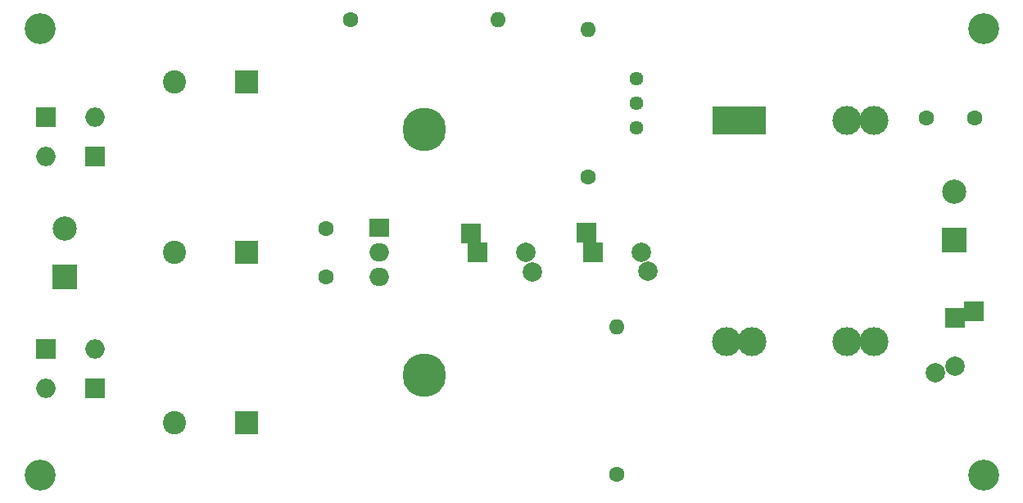
<source format=gbr>
%TF.GenerationSoftware,KiCad,Pcbnew,(6.0.0)*%
%TF.CreationDate,2022-07-19T20:58:05+01:00*%
%TF.ProjectId,M filament Heater,4d206669-6c61-46d6-956e-742048656174,rev?*%
%TF.SameCoordinates,Original*%
%TF.FileFunction,Soldermask,Top*%
%TF.FilePolarity,Negative*%
%FSLAX46Y46*%
G04 Gerber Fmt 4.6, Leading zero omitted, Abs format (unit mm)*
G04 Created by KiCad (PCBNEW (6.0.0)) date 2022-07-19 20:58:05*
%MOMM*%
%LPD*%
G01*
G04 APERTURE LIST*
%ADD10C,1.600000*%
%ADD11R,2.000000X2.000000*%
%ADD12C,2.000000*%
%ADD13R,2.400000X2.400000*%
%ADD14C,2.400000*%
%ADD15O,2.000000X2.000000*%
%ADD16R,2.500000X2.500000*%
%ADD17C,2.500000*%
%ADD18O,1.600000X1.600000*%
%ADD19C,3.200000*%
%ADD20R,2.000000X1.905000*%
%ADD21O,2.000000X1.905000*%
%ADD22C,4.500000*%
%ADD23C,1.440000*%
%ADD24R,3.000000X3.000000*%
%ADD25C,3.000000*%
G04 APERTURE END LIST*
D10*
%TO.C,C8*%
X163625000Y-120522500D03*
X168625000Y-120522500D03*
%TD*%
D11*
%TO.C,C6*%
X116495179Y-132430000D03*
X117167323Y-134430000D03*
D12*
X122167323Y-134430000D03*
X122839467Y-136430000D03*
%TD*%
D13*
%TO.C,C1*%
X93325000Y-151987500D03*
D14*
X85825000Y-151987500D03*
%TD*%
D11*
%TO.C,D4*%
X72610000Y-120400000D03*
D15*
X77690000Y-120400000D03*
%TD*%
D16*
%TO.C,J2*%
X166450000Y-133122500D03*
D17*
X166450000Y-128122500D03*
%TD*%
D13*
%TO.C,C2*%
X93325000Y-116812500D03*
D14*
X85825000Y-116812500D03*
%TD*%
D11*
%TO.C,D2*%
X77690000Y-124475000D03*
D15*
X72610000Y-124475000D03*
%TD*%
D10*
%TO.C,R3*%
X131593445Y-157350000D03*
D18*
X131593445Y-142110000D03*
%TD*%
D10*
%TO.C,R2*%
X128595168Y-126625000D03*
D18*
X128595168Y-111385000D03*
%TD*%
D19*
%TO.C,REF\u002A\u002A*%
X169475000Y-157475000D03*
%TD*%
D20*
%TO.C,U1*%
X107000000Y-131890000D03*
D21*
X107000000Y-134430000D03*
X107000000Y-136970000D03*
%TD*%
D11*
%TO.C,D3*%
X72610000Y-144385000D03*
D15*
X77690000Y-144385000D03*
%TD*%
D11*
%TO.C,D1*%
X77690000Y-148460000D03*
D15*
X72610000Y-148460000D03*
%TD*%
D22*
%TO.C,HS1*%
X111695000Y-121730000D03*
X111695000Y-147130000D03*
%TD*%
D23*
%TO.C,RV1*%
X133651723Y-121555000D03*
X133651723Y-119015000D03*
X133651723Y-116475000D03*
%TD*%
D19*
%TO.C,REF\u002A\u002A*%
X71950000Y-111275000D03*
%TD*%
D13*
%TO.C,C3*%
X93325000Y-134400000D03*
D14*
X85825000Y-134400000D03*
%TD*%
D24*
%TO.C,FL1*%
X142930000Y-120767500D03*
X145562450Y-120767500D03*
D25*
X155345000Y-120767500D03*
X158170000Y-120767500D03*
X142930000Y-143627500D03*
X145562450Y-143627500D03*
X155345000Y-143627500D03*
X158170000Y-143627500D03*
%TD*%
D11*
%TO.C,C5*%
X129110768Y-134367500D03*
X128438624Y-132367500D03*
D12*
X134782912Y-136367500D03*
X134110768Y-134367500D03*
%TD*%
D19*
%TO.C,REF\u002A\u002A*%
X71950000Y-157475000D03*
%TD*%
D10*
%TO.C,C4*%
X101550000Y-136930000D03*
X101550000Y-131930000D03*
%TD*%
D11*
%TO.C,C7*%
X166525000Y-141147500D03*
X168525000Y-140475356D03*
D12*
X164525000Y-146819644D03*
X166525000Y-146147500D03*
%TD*%
D19*
%TO.C,REF\u002A\u002A*%
X169500000Y-111275000D03*
%TD*%
D16*
%TO.C,~  ~*%
X74500000Y-136930000D03*
D17*
X74500000Y-131930000D03*
%TD*%
D10*
%TO.C,R1*%
X104075000Y-110325000D03*
D18*
X119315000Y-110325000D03*
%TD*%
M02*

</source>
